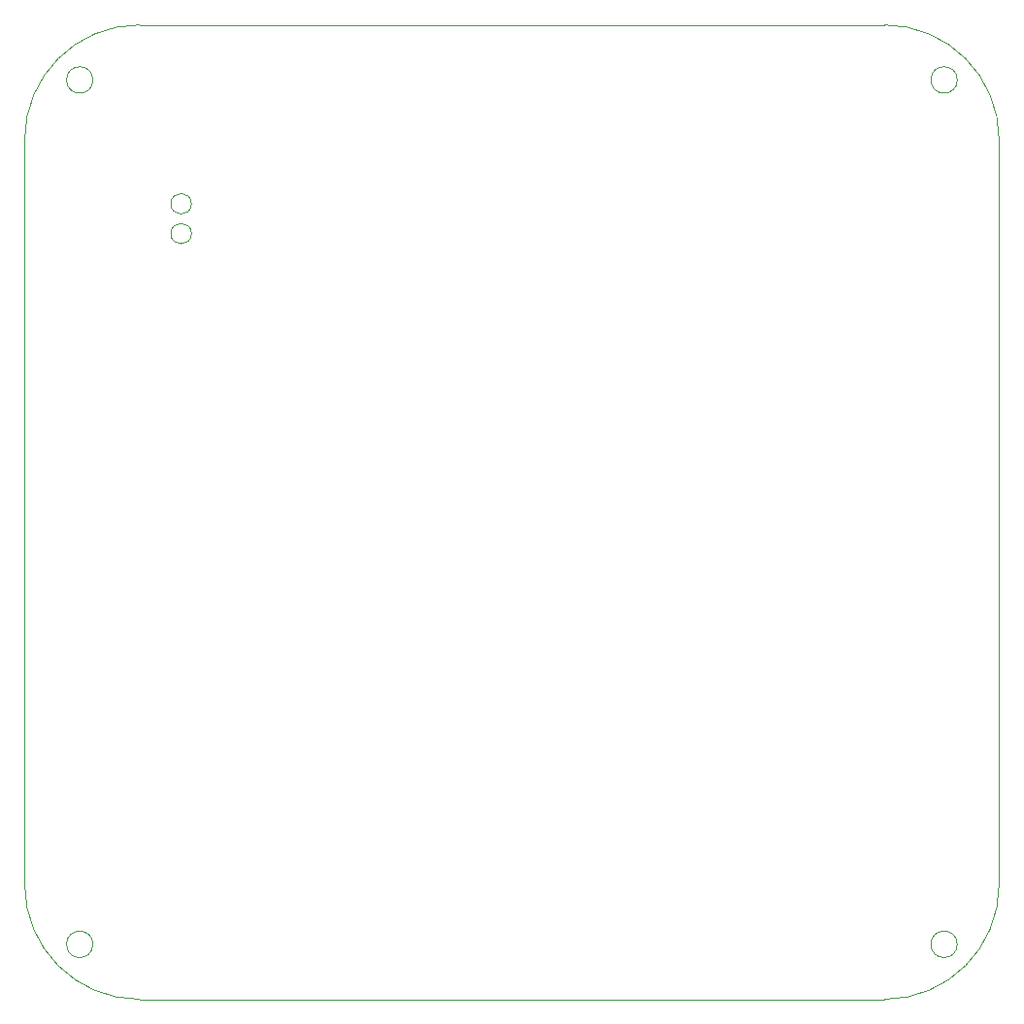
<source format=gm1>
G04 #@! TF.GenerationSoftware,KiCad,Pcbnew,(5.1.2-1)-1*
G04 #@! TF.CreationDate,2021-03-21T18:44:29-05:00*
G04 #@! TF.ProjectId,Core64 LM v0.2,436f7265-3634-4204-9c4d-2076302e322e,0.3*
G04 #@! TF.SameCoordinates,Original*
G04 #@! TF.FileFunction,Profile,NP*
%FSLAX46Y46*%
G04 Gerber Fmt 4.6, Leading zero omitted, Abs format (unit mm)*
G04 Created by KiCad (PCBNEW (5.1.2-1)-1) date 2021-03-21 18:44:29*
%MOMM*%
%LPD*%
G04 APERTURE LIST*
%ADD10C,0.050000*%
G04 APERTURE END LIST*
D10*
X-27950000Y24300000D02*
G75*
G03X-27950000Y24300000I-900000J0D01*
G01*
X-27950000Y26900000D02*
G75*
G03X-27950000Y26900000I-900000J0D01*
G01*
X-36550000Y37700000D02*
G75*
G03X-36550000Y37700000I-1150000J0D01*
G01*
X38850000Y-37700000D02*
G75*
G03X38850000Y-37700000I-1150000J0D01*
G01*
X38850000Y37700000D02*
G75*
G03X38850000Y37700000I-1150000J0D01*
G01*
X-36550000Y-37700000D02*
G75*
G03X-36550000Y-37700000I-1150000J0D01*
G01*
X42500000Y-32500000D02*
G75*
G02X32500000Y-42500000I-10000000J0D01*
G01*
X-32500000Y42500000D02*
G75*
G03X-42500000Y32500000I0J-10000000D01*
G01*
X32500000Y42500000D02*
G75*
G02X42500000Y32500000I0J-10000000D01*
G01*
X-42500000Y-32500000D02*
G75*
G03X-32500000Y-42500000I10000000J0D01*
G01*
X-32500000Y-42500000D02*
X32500000Y-42500000D01*
X42500000Y32500000D02*
X42500000Y-32500000D01*
X-42500000Y-32500000D02*
X-42500000Y32500000D01*
X-32500000Y42500000D02*
X32500000Y42500000D01*
M02*

</source>
